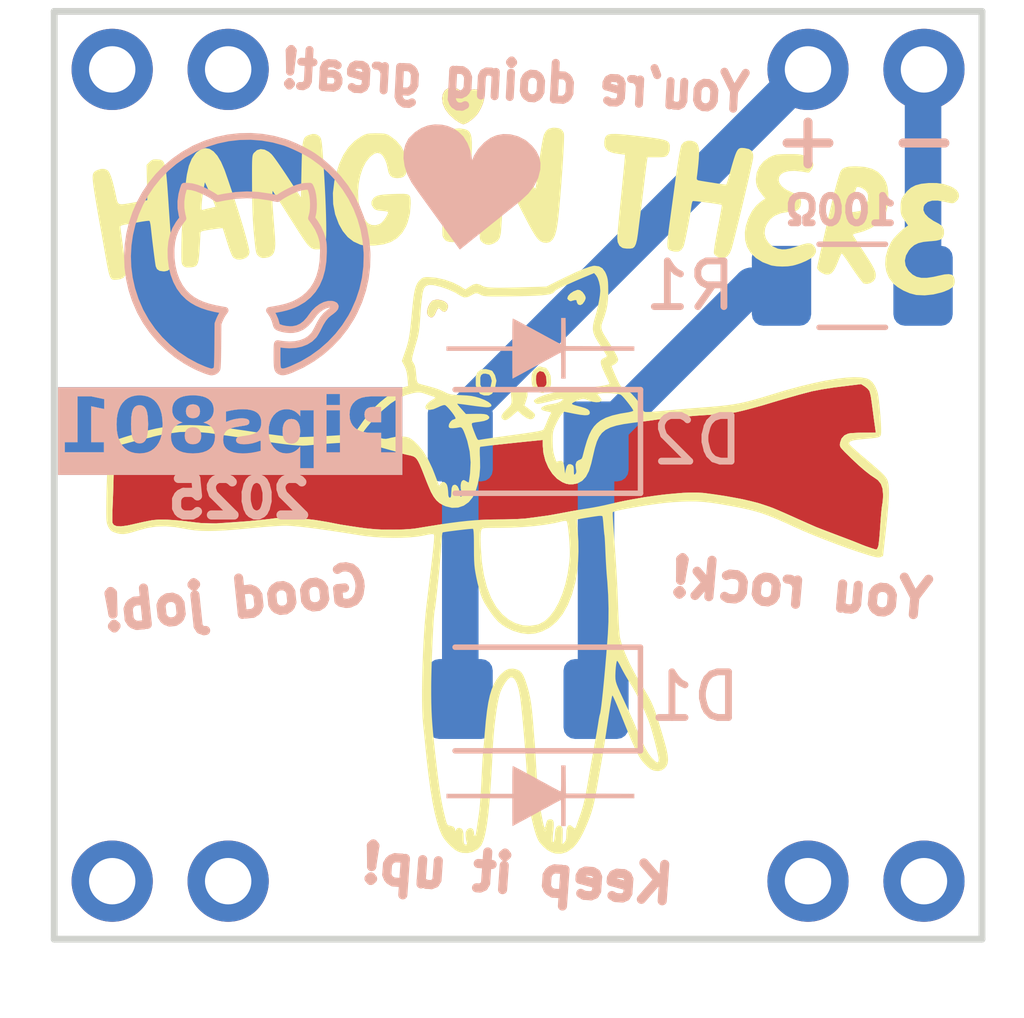
<source format=kicad_pcb>
(kicad_pcb (version 20240108) (generator "pcbnew") (generator_version "8.0")
  (layers (0 "F.Cu" signal) (31 "B.Cu" signal) (34 "B.Paste" user) (35 "F.Paste" user) (36 "B.SilkS" user "B.Silkscreen") (37 "F.SilkS" user "F.Silkscreen") (38 "B.Mask" user) (39 "F.Mask" user) (44 "Edge.Cuts" user))
  (net 0 "")
  (net 1 "Net-(D1-K)")
  (net 2 "Net-(D1-A)")
  (net 3 "Net-(R1-Pad1)")
  (footprint "minibadge_kicad:SAINTCON-Minibadge-Simple" (layer "F.Cu") (at 133.35 87.63)
    (property "Reference" "X1" (hide yes))
    (property "Value" "SAINTCON-Minibadge-Simple")
    (fp_line (start 0 0) (end 0 20.32) (stroke (width 0.15)) (layer "Edge.Cuts"))
    (fp_line (start 0 20.32) (end 20.32 20.32) (stroke (width 0.15)) (layer "Edge.Cuts"))
    (fp_line (start 20.32 0) (end 0 0) (stroke (width 0.15)) (layer "Edge.Cuts"))
    (fp_line (start 20.32 20.32) (end 20.32 0) (stroke (width 0.15)) (layer "Edge.Cuts"))
    (pad "1" thru_hole circle (at 1.27 1.27 90) (size 1.778 1.778) (drill 1.016) (layers "*.Cu" "*.Mask"))
    (pad "2" thru_hole circle (at 3.81 1.27 90) (size 1.778 1.778) (drill 1.016) (layers "*.Cu" "*.Mask"))
    (pad "7" thru_hole circle (at 16.51 1.27 90) (size 1.778 1.778) (drill 1.016) (layers "*.Cu" "*.Mask") (net 2 "Net-(D1-A)"))
    (pad "8" thru_hole circle (at 19.05 1.27 90) (size 1.778 1.778) (drill 1.016) (layers "*.Cu" "*.Mask") (net 3 "Net-(R1-Pad1)"))
    (pad "9" thru_hole circle (at 1.27 19.05 90) (size 1.778 1.778) (drill 1.016) (layers "*.Cu" "*.Mask"))
    (pad "10" thru_hole circle (at 3.81 19.05 90) (size 1.778 1.778) (drill 1.016) (layers "*.Cu" "*.Mask"))
    (pad "15" thru_hole circle (at 16.51 19.05 90) (size 1.778 1.778) (drill 1.016) (layers "*.Cu" "*.Mask"))
    (pad "16" thru_hole circle (at 19.05 19.05 90) (size 1.778 1.778) (drill 1.016) (layers "*.Cu" "*.Mask"))
  )
  (footprint "LOGO" (layer "F.Cu") (at 143.658123 97.867302)
    (property "Reference" "" (at 0 0 0) (layer "F.SilkS") (effects (font (size 1.5 1.5) (thickness 0.3))))
    (property "Value" "LOGO" (hide yes))
    (fp_poly (pts (xy -0.791043 -2.337559) (xy -0.747476 -2.288132) (xy -0.725735 -2.204555) (xy -0.722843 -2.146648) (xy -0.730756 -2.034753) (xy -0.753268 -1.949824) (xy -0.788537 -1.896372) (xy -0.832166 -1.878856) (xy -0.884176 -1.893753) (xy -0.917655 -1.918647) (xy -0.952455 -1.9792) (xy -0.977819 -2.067198) (xy -0.990176 -2.169206) (xy -0.990806 -2.193775) (xy -0.975733 -2.270952) (xy -0.934029 -2.326732) (xy -0.872588 -2.352865) (xy -0.857071 -2.353816)) (fill solid) (layer "F.Cu"))
    (fp_poly (pts (xy 0.402767 -2.365699) (xy 0.435916 -2.334513) (xy 0.455275 -2.298631) (xy 0.465749 -2.244859) (xy 0.470874 -2.182551) (xy 0.474087 -2.107082) (xy 0.469682 -2.059238) (xy 0.4545 -2.025585) (xy 0.426511 -1.993813) (xy 0.364989 -1.951613) (xy 0.304581 -1.943376) (xy 0.254297 -1.969419) (xy 0.240393 -1.987271) (xy 0.204447 -2.075434) (xy 0.195387 -2.171721) (xy 0.211792 -2.264042) (xy 0.252236 -2.340305) (xy 0.285705 -2.372101) (xy 0.343302 -2.413114)) (fill solid) (layer "F.Cu"))
    (fp_poly (pts (xy -1.823955 -3.91109) (xy -1.753668 -3.880618) (xy -1.703291 -3.837292) (xy -1.681436 -3.785523) (xy -1.683588 -3.759038) (xy -1.71186 -3.690384) (xy -1.750679 -3.658608) (xy -1.79622 -3.66532) (xy -1.832352 -3.696423) (xy -1.874025 -3.731915) (xy -1.907058 -3.728081) (xy -1.934422 -3.684068) (xy -1.9412 -3.665259) (xy -1.977915 -3.584502) (xy -2.021069 -3.541602) (xy -2.068488 -3.537722) (xy -2.115919 -3.571695) (xy -2.138416 -3.624453) (xy -2.136745 -3.695121) (xy -2.115281 -3.771758) (xy -2.078401 -3.842425) (xy -2.030479 -3.895181) (xy -1.989811 -3.915839) (xy -1.905539 -3.924301)) (fill solid) (layer "F.Cu"))
    (fp_poly (pts (xy 1.21007 -4.131738) (xy 1.263831 -4.091934) (xy 1.309972 -4.02927) (xy 1.312695 -4.024134) (xy 1.331561 -3.980565) (xy 1.331447 -3.944928) (xy 1.31132 -3.897328) (xy 1.305514 -3.885997) (xy 1.262666 -3.82766) (xy 1.215403 -3.803424) (xy 1.170071 -3.816033) (xy 1.161344 -3.823664) (xy 1.138875 -3.865819) (xy 1.135773 -3.8868) (xy 1.128232 -3.912302) (xy 1.098176 -3.914761) (xy 1.078984 -3.910741) (xy 1.035106 -3.898692) (xy 1.014318 -3.890424) (xy 0.989862 -3.892148) (xy 0.956825 -3.913239) (xy 0.93263 -3.940979) (xy 0.929269 -3.952495) (xy 0.947844 -4.006392) (xy 0.997004 -4.060648) (xy 1.066898 -4.107208) (xy 1.147675 -4.138015) (xy 1.159309 -4.140617)) (fill solid) (layer "F.Cu"))
    (fp_poly (pts (xy -1.510909 -8.554435) (xy -1.47803 -8.542495) (xy -1.418706 -8.507639) (xy -1.371174 -8.463477) (xy -1.370279 -8.462305) (xy -1.331572 -8.410963) (xy -1.26374 -8.470503) (xy -1.203919 -8.512265) (xy -1.139343 -8.528626) (xy -1.102341 -8.530043) (xy -1.007468 -8.519551) (xy -0.935494 -8.490312) (xy -0.903392 -8.459838) (xy -0.88643 -8.401268) (xy -0.892208 -8.31906) (xy -0.917997 -8.222089) (xy -0.96107 -8.119233) (xy -1.018701 -8.019368) (xy -1.053356 -7.971769) (xy -1.110618 -7.911015) (xy -1.180978 -7.852619) (xy -1.253426 -7.804193) (xy -1.316954 -7.773346) (xy -1.3506 -7.76629) (xy -1.386874 -7.778258) (xy -1.444411 -7.809699) (xy -1.512136 -7.854397) (xy -1.527751 -7.865723) (xy -1.652086 -7.975006) (xy -1.741863 -8.092191) (xy -1.795344 -8.213722) (xy -1.810794 -8.336049) (xy -1.798291 -8.419364) (xy -1.758378 -8.498033) (xy -1.692754 -8.548468) (xy -1.608053 -8.568119)) (fill solid) (layer "F.Cu"))
    (fp_poly (pts (xy 6.899054 -0.742033) (xy 6.903911 -0.713261) (xy 6.920582 -0.682187) (xy 7.006937 -0.586412) (xy 7.2 -0.4) (xy 7.310047 -0.296031) (xy 7.45 -0.175) (xy 7.569269 -0.082026) (xy 7.630511 -0.040973) (xy 7.692273 0.00112) (xy 7.734624 0.031824) (xy 7.798442 0.112667) (xy 7.834738 0.217217) (xy 7.846209 0.351057) (xy 7.842648 0.431437) (xy 7.837251 0.501383) (xy 7.82058 0.603584) (xy 7.811762 0.678223) (xy 7.79277 0.896104) (xy 7.77851 1.106809) (xy 7.762903 1.299864) (xy 7.747082 1.44054) (xy 7.741471 1.471341) (xy 7.737197 1.486209) (xy 7.717208 1.530548) (xy 7.696643 1.548008) (xy 7.663721 1.540389) (xy 7.576476 1.51323) (xy 7.455382 1.470911) (xy 7.275 1.4) (xy 7.174484 1.35886) (xy 6.884641 1.248982) (xy 6.388551 1.059662) (xy 5.770903 0.784991) (xy 5.419491 0.633649) (xy 5.325 0.6) (xy 5.25 0.575) (xy 5.10169 0.527001) (xy 4.772779 0.447485) (xy 4.375 0.375) (xy 3.898598 0.307937) (xy 3.7 0.3) (xy 3.469275 0.306493) (xy 3.046445 0.344014) (xy 2.614998 0.403088) (xy 2.180584 0.48183) (xy 1.79351 0.567153) (xy 1.514592 0.624698) (xy 1.013711 0.709472) (xy 0.52285 0.800143) (xy 0.029904 0.866978) (xy -0.173131 0.880786) (xy -0.448282 0.888482) (xy -0.76241 0.891092) (xy -1.027929 0.902432) (xy -1.284801 0.923117) (xy -1.510887 0.949574) (xy -1.751979 0.98315) (xy -2.404363 1.087914) (xy -2.530773 1.101003) (xy -2.661134 1.109181) (xy -2.764075 1.111105) (xy -2.87327 1.113029) (xy -3.126013 1.110591) (xy -3.273111 1.104346) (xy -3.505645 1.081032) (xy -3.630967 1.063922) (xy -4.027426 1.0027) (xy -4.312732 0.947217) (xy -4.45 0.925) (xy -4.6 0.9) (xy -4.825 0.875) (xy -5.035887 0.858575) (xy -5.25 0.85) (xy -5.394258 0.854727) (xy -5.620825 0.883108) (xy -6.058303 0.926773) (xy -6.75 0.975) (xy -7.074183 0.969777) (xy -7.548661 0.91475) (xy -7.825138 0.895039) (xy -7.976149 0.89087) (xy -8.171927 0.907514) (xy -8.3596 0.94457) (xy -8.6 1) (xy -8.711888 1.022939) (xy -8.842148 1.040701) (xy -8.938329 1.036796) (xy -9.001286 1.011117) (xy -9.031876 0.963556) (xy -9.034866 0.918351) (xy -9.033284 0.743605) (xy -9.018794 0.367529) (xy -9.005727 -0.08693) (xy -8.998993 -0.417401) (xy -8.988439 -0.555564) (xy -8.976204 -0.643917) (xy -8.961526 -0.702438) (xy -8.945077 -0.7254) (xy -8.89 -0.734499) (xy -8.773681 -0.762959) (xy -8.464169 -0.844002) (xy -8.240945 -0.895058) (xy -8.127904 -0.926408) (xy -7.873281 -0.981456) (xy -7.560387 -1.024191) (xy -7.23861 -1.03146) (xy -6.92035 -1.002961) (xy -6.494426 -0.941451) (xy -5.978452 -0.863733) (xy -5.705975 -0.820811) (xy -5.471287 -0.786268) (xy -5.185848 -0.749799) (xy -4.968928 -0.730111) (xy -4.860364 -0.72628) (xy -4.777072 -0.729423) (xy -4.300344 -0.770389) (xy -3.961362 -0.790855) (xy -3.708562 -0.791294) (xy -3.602443 -0.783779) (xy -3.503424 -0.770988) (xy -3.4 -0.75) (xy -3.307424 -0.729221) (xy -2.963055 -0.633075) (xy -2.736709 -0.570026) (xy -2.669833 -0.54757) (xy -2.477688 -0.503432) (xy -2.436846 -0.489214) (xy -2.40175 -0.467334) (xy -2.369476 -0.433374) (xy -2.337101 -0.382915) (xy -2.301703 -0.311538) (xy -2.260359 -0.214827) (xy -2.154845 0.05494) (xy -2.055823 0.28864) (xy -1.997696 0.392251) (xy -1.937108 0.470853) (xy -1.869709 0.530606) (xy -1.791145 0.57767) (xy -1.73232 0.603406) (xy -1.593773 0.636094) (xy -1.460651 0.630411) (xy -1.337637 0.588405) (xy -1.229416 0.512123) (xy -1.14067 0.403615) (xy -1.076084 0.264929) (xy -1.033326 0.122891) (xy -0.995188 -0.060083) (xy -0.978918 -0.244789) (xy -0.982158 -0.449147) (xy -0.987541 -0.600161) (xy -0.98771 -0.626624) (xy -0.98389 -0.683421) (xy -0.974547 -0.702114) (xy -0.817338 -0.720906) (xy -0.629865 -0.743711) (xy -0.410561 -0.76794) (xy -0.265372 -0.783333) (xy -0.119423 -0.798727) (xy 0.073275 -0.818586) (xy 0.392358 -0.850653) (xy 0.392603 -0.719595) (xy 0.406444 -0.562537) (xy 0.44849 -0.398812) (xy 0.514803 -0.245988) (xy 0.601407 -0.111451) (xy 0.704322 -0.002587) (xy 0.819571 0.073217) (xy 0.904002 0.107746) (xy 0.97311 0.120973) (xy 1.054593 0.119801) (xy 1.156628 0.099525) (xy 1.257126 0.044482) (xy 1.339731 -0.045572) (xy 1.405489 -0.171826) (xy 1.455445 -0.335467) (xy 1.5242 -0.629838) (xy 1.5372 -0.682602) (xy 1.55 -0.725) (xy 1.577317 -0.812943) (xy 1.62624 -0.918887) (xy 1.688606 -1.003729) (xy 1.769055 -1.070766) (xy 1.872227 -1.123292) (xy 2.002761 -1.164605) (xy 2.165297 -1.197998) (xy 2.552398 -1.250488) (xy 2.770362 -1.27911) (xy 2.95126 -1.304671) (xy 3.268183 -1.339221) (xy 3.732418 -1.380588) (xy 4.279273 -1.416975) (xy 4.512114 -1.43678) (xy 4.7 -1.475) (xy 4.9 -1.525) (xy 5.195374 -1.605034) (xy 5.425 -1.675) (xy 5.675 -1.75) (xy 5.999534 -1.839976) (xy 6.289178 -1.91637) (xy 6.507396 -1.958813) (xy 6.765289 -1.99924) (xy 7.364296 -2.073292) (xy 7.456076 -2.015883) (xy 7.510261 -1.969441) (xy 7.546504 -1.922847) (xy 7.575 -1.825) (xy 7.685827 -1.01187) (xy 7.309138 -1.010013) (xy 7.130588 -0.999045) (xy 7.081556 -0.991136) (xy 6.998292 -0.951745) (xy 6.934585 -0.881086) (xy 6.90302 -0.785783) (xy 6.9 -0.75)) (fill solid) (layer "F.Cu"))
  )
  (footprint "LOGO" (layer "B.Cu") (at 143.98 104.84)
    (property "Reference" "" (at -3.2 -2.9 0) (layer "B.SilkS") (effects (font (size 1.5 1.5) (thickness 0.3)) (justify mirror)))
    (property "Value" "" (hide yes))
  )
  (footprint "Resistor_SMD:R_1206_3216Metric_Pad1.30x1.75mm_HandSolder" (layer "B.Cu") (at 150.83 93.64 180)
    (property "Reference" "R1" (at 3.55 0 0) (layer "B.SilkS") (effects (justify mirror)))
    (property "Value" "R_100Ω")
    (pad "1" smd roundrect (at -1.55 0 180) (size 1.3 1.75) (layers "B.Cu" "B.Paste" "B.Mask") (roundrect_rratio 0.1923076923) (net 3 "Net-(R1-Pad1)"))
    (pad "2" smd roundrect (at 1.55 0 180) (size 1.3 1.75) (layers "B.Cu" "B.Paste" "B.Mask") (roundrect_rratio 0.1923076923) (net 1 "Net-(D1-K)"))
  )
  (footprint "LED_SMD:LED_1206_3216Metric_Pad1.42x1.75mm_HandSolder" (layer "B.Cu") (at 143.731398 97.048716 180)
    (property "Reference" "D2" (at -3.704733 0.023162 0) (layer "B.SilkS") (effects (justify mirror)))
    (property "Value" "LED_WHITE")
    (pad "1" smd roundrect (at -1.4875 0 180) (size 1.425 1.75) (layers "B.Cu" "B.Paste" "B.Mask") (roundrect_rratio 0.175439) (net 1 "Net-(D1-K)"))
    (pad "2" smd roundrect (at 1.4875 0 180) (size 1.425 1.75) (layers "B.Cu" "B.Paste" "B.Mask") (roundrect_rratio 0.175439) (net 2 "Net-(D1-A)"))
  )
  (footprint "LED_SMD:LED_1206_3216Metric_Pad1.42x1.75mm_HandSolder" (layer "B.Cu") (at 143.73 102.69 180)
    (property "Reference" "D1" (at -3.65 0.05 0) (layer "B.SilkS") (effects (justify mirror)))
    (property "Value" "LED WHITE")
    (pad "1" smd roundrect (at -1.4875 0 180) (size 1.425 1.75) (layers "B.Cu" "B.Paste" "B.Mask") (roundrect_rratio 0.1754392982) (net 1 "Net-(D1-K)"))
    (pad "2" smd roundrect (at 1.4875 0 180) (size 1.425 1.75) (layers "B.Cu" "B.Paste" "B.Mask") (roundrect_rratio 0.1754392982) (net 2 "Net-(D1-A)"))
  )
  (footprint "LOGO" (layer "B.Cu") (at 137.58 92.94 180)
    (property "Reference" "")
    (property "Value" "LOGO" (hide yes))
    (fp_poly (pts (xy 0.172909 2.568308) (xy 0.421215 2.539865) (xy 0.666022 2.487773) (xy 0.905507 2.412166) (xy 1.13785 2.31318) (xy 1.174862 2.294869) (xy 1.395028 2.170306) (xy 1.598719 2.027992) (xy 1.785457 1.869386) (xy 1.954764 1.695948) (xy 2.106164 1.509135) (xy 2.239178 1.310409) (xy 2.353329 1.101228) (xy 2.44814 0.883052) (xy 2.523134 0.65734) (xy 2.577832 0.425551) (xy 2.611758 0.189144) (xy 2.624433 -0.05042) (xy 2.615382 -0.291682) (xy 2.584125 -0.533184) (xy 2.530187 -0.773466) (xy 2.453089 -1.011068) (xy 2.352353 -1.244532) (xy 2.340577 -1.268363) (xy 2.219603 -1.482825) (xy 2.077791 -1.685595) (xy 1.917105 -1.87488) (xy 1.73951 -2.048887) (xy 1.546969 -2.205824) (xy 1.341447 -2.343897) (xy 1.124907 -2.461315) (xy 0.950568 -2.537041) (xy 0.894111 -2.557763) (xy 0.842828 -2.574398) (xy 0.803155 -2.584981) (xy 0.784322 -2.587772) (xy 0.733713 -2.578188) (xy 0.690982 -2.552689) (xy 0.664467 -2.516486) (xy 0.660208 -2.492748) (xy 0.656458 -2.44451) (xy 0.653231 -2.372265) (xy 0.650547 -2.276509) (xy 0.648422 -2.157736) (xy 0.646872 -2.01644) (xy 0.646792 -2.006522) (xy 0.643034 -1.531522) (xy 0.610886 -1.448212) (xy 0.586631 -1.393834) (xy 0.556644 -1.338103) (xy 0.533427 -1.301833) (xy 0.488115 -1.238763) (xy 0.534613 -1.23121) (xy 0.705026 -1.199487) (xy 0.85375 -1.162766) (xy 0.983796 -1.119905) (xy 1.098175 -1.069764) (xy 1.1999 -1.011202) (xy 1.289354 -0.945253) (xy 1.39271 -0.844041) (xy 1.480893 -0.724254) (xy 1.553258 -0.58766) (xy 1.609165 -0.436026) (xy 1.647972 -0.271119) (xy 1.669036 -0.094707) (xy 1.671717 0.091443) (xy 1.671149 0.105978) (xy 1.655805 0.263563) (xy 1.623238 0.405463) (xy 1.572253 0.535177) (xy 1.501653 0.656208) (xy 1.466955 0.703882) (xy 1.410791 0.776785) (xy 1.43027 0.854456) (xy 1.45397 0.998579) (xy 1.455173 1.148717) (xy 1.434095 1.300435) (xy 1.403104 1.414679) (xy 1.381112 1.480978) (xy 1.299862 1.478957) (xy 1.211081 1.468159) (xy 1.10916 1.440856) (xy 0.998196 1.398651) (xy 0.882285 1.343146) (xy 0.765522 1.275945) (xy 0.74083 1.260206) (xy 0.663049 1.20974) (xy 0.50333 1.241755) (xy 0.254386 1.279655) (xy 0.007654 1.292875) (xy -0.238638 1.281416) (xy -0.486264 1.245279) (xy -0.502308 1.242104) (xy -0.661345 1.210138) (xy -0.715405 1.247332) (xy -0.779239 1.287555) (xy -0.857009 1.330983) (xy -0.940492 1.373468) (xy -1.021466 1.410862) (xy -1.091708 1.439018) (xy -1.103561 1.443115) (xy -1.179568 1.463773) (xy -1.254918 1.476146) (xy -1.284811 1.478263) (xy -1.368888 1.480978) (xy -1.389928 1.437228) (xy -1.413928 1.370397) (xy -1.432012 1.285878) (xy -1.443743 1.190375) (xy -1.448686 1.090592) (xy -1.446402 0.993235) (xy -1.436454 0.905006) (xy -1.427411 0.862228) (xy -1.406388 0.780978) (xy -1.471182 0.690199) (xy -1.550634 0.56315) (xy -1.60954 0.431487) (xy -1.640087 0.334432) (xy -1.651432 0.28808) (xy -1.659226 0.24389) (xy -1.664046 0.195494) (xy -1.666469 0.136521) (xy -1.667072 0.060604) (xy -1.667001 0.037228) (xy -1.657099 -0.162019) (xy -1.629232 -0.343937) (xy -1.583336 -0.50865) (xy -1.519347 -0.65628) (xy -1.437201 -0.786951) (xy -1.336834 -0.900785) (xy -1.218182 -0.997906) (xy -1.087687 -1.075194) (xy -1.01027 -1.111081) (xy -0.92983 -1.141809) (xy -0.841704 -1.168688) (xy -0.741232 -1.193027) (xy -0.623754 -1.216134) (xy -0.527344 -1.232529) (xy -0.485799 -1.239249) (xy -0.516195 -1.279135) (xy -0.56512 -1.356928) (xy -0.604874 -1.44641) (xy -0.626026 -1.517653) (xy -0.63662 -1.559614) (xy -0.648469 -1.584737) (xy -0.667033 -1.600829) (xy -0.693146 -1.61367) (xy -0.761582 -1.636413) (xy -0.843629 -1.652391) (xy -0.928436 -1.660009) (xy -0.997738 -1.65844) (xy -1.099356 -1.637734) (xy -1.1931 -1.594922) (xy -1.280003 -1.529292) (xy -1.361096 -1.440135) (xy -1.405695 -1.377636) (xy -1.470835 -1.292436) (xy -1.543731 -1.220799) (xy -1.621236 -1.164486) (xy -1.700201 -1.125253) (xy -1.777478 -1.10486) (xy -1.849917 -1.105065) (xy -1.880451 -1.112462) (xy -1.913861 -1.129188) (xy -1.926638 -1.151247) (xy -1.918284 -1.179596) (xy -1.888301 -1.215188) (xy -1.836191 -1.258979) (xy -1.784718 -1.296102) (xy -1.720756 -1.350595) (xy -1.660191 -1.424152) (xy -1.601403 -1.518963) (xy -1.560294 -1.599456) (xy -1.530554 -1.658454) (xy -1.499315 -1.714838) (xy -1.47078 -1.761289) (xy -1.453377 -1.785585) (xy -1.377205 -1.859908) (xy -1.28331 -1.918873) (xy -1.174325 -1.96164) (xy -1.05288 -1.987368) (xy -0.921609 -1.995216) (xy -0.817545 -1.988779) (xy -0.761401 -1.982014) (xy -0.713523 -1.975417) (xy -0.680025 -1.969878) (xy -0.668289 -1.967062) (xy -0.662179 -1.967755) (xy -0.657581 -1.977065) (xy -0.654292 -1.997861) (xy -0.652107 -2.033008) (xy -0.650824 -2.085374) (xy -0.65024 -2.157826) (xy -0.650138 -2.223346) (xy -0.650523 -2.320946) (xy -0.65207 -2.396742) (xy -0.655372 -2.453923) (xy -0.66102 -2.495677) (xy -0.669606 -2.525195) (xy -0.681722 -2.545664) (xy -0.69796 -2.560275) (xy -0.714451 -2.569959) (xy -0.746531 -2.582141) (xy -0.782351 -2.585484) (xy -0.826235 -2.579284) (xy -0.882507 -2.562837) (xy -0.955489 -2.535438) (xy -0.975138 -2.527494) (xy -1.20418 -2.420814) (xy -1.421458 -2.293107) (xy -1.625368 -2.145854) (xy -1.814303 -1.980536) (xy -1.986658 -1.798633) (xy -2.140829 -1.601624) (xy -2.275208 -1.390989) (xy -2.340854 -1.268363) (xy -2.446072 -1.03083) (xy -2.526928 -0.787737) (xy -2.583367 -0.539333) (xy -2.615335 -0.28587) (xy -2.622777 -0.027598) (xy -2.621073 0.030978) (xy -2.598665 0.288694) (xy -2.552547 0.539814) (xy -2.483437 0.783052) (xy -2.392056 1.017121) (xy -2.279123 1.240736) (xy -2.145357 1.452608) (xy -1.991478 1.651452) (xy -1.818205 1.835981) (xy -1.626258 2.004908) (xy -1.441735 2.140129) (xy -1.362219 2.18947) (xy -1.265771 2.243045) (xy -1.159279 2.297506) (xy -1.049633 2.349503) (xy -0.943723 2.395688) (xy -0.848438 2.432712) (xy -0.818888 2.442881) (xy -0.574796 2.510388) (xy -0.326917 2.553705) (xy -0.077075 2.572967)) (fill solid) (layer "B.Cu"))
  )
  (footprint "LOGO" (layer "B.Cu") (at 143.98 95.04)
    (property "Reference" "" (at 0.202638 -0.262122 0) (layer "B.SilkS") (effects (font (size 1.5 1.5) (thickness 0.3)) (justify mirror)))
    (property "Value" "" (hide yes))
  )
  (gr_text "Pips801" (at 140.98 97.49 0) (layer "B.Cu") (effects (font (size 1.2 1.2) (thickness 0.3) (bold yes)) (justify left bottom mirror)))
  (gr_text "Pips801" (at 140.98 97.49 0) (layer "B.Cu" knockout) (effects (font (size 1.2 1.2) (thickness 0.3) (bold yes)) (justify left bottom mirror)))
  (gr_text "Pips801" (at 140.98 97.49 0) (layer "B.SilkS" knockout) (effects (font (size 1.2 1.2) (thickness 0.3) (bold yes)) (justify left bottom mirror)))
  (gr_text "You rock!" (at 152.63 100.99 -5) (layer "B.SilkS") (effects (font (size 0.8 0.8) (thickness 0.2) (bold yes)) (justify left bottom mirror)))
  (gr_text "-" (at 152.4 90.424 0) (layer "B.SilkS") (effects (font (size 1.2 1.2) (thickness 0.2) (bold yes))))
  (gr_text "+" (at 149.86 90.424 0) (layer "B.SilkS") (effects (font (size 1.2 1.2) (thickness 0.2) (bold yes))))
  (gr_text "You're doing great!" (at 148.63 89.89 -3) (layer "B.SilkS") (effects (font (size 0.8 0.7) (thickness 0.2) (bold yes)) (justify left bottom mirror)))
  (gr_text "♥" (at 144.03 93.54 -8) (layer "B.SilkS") (effects (font (size 2.6 3) (thickness 0.2) (bold yes)) (justify left bottom mirror)))
  (gr_text "Good job!" (at 140.38 100.64 6) (layer "B.SilkS") (effects (font (size 0.8 0.8) (thickness 0.2) (bold yes)) (justify left bottom mirror)))
  (gr_text "Keep it up!" (at 146.98 107.24 -4) (layer "B.SilkS") (effects (font (size 0.8 0.8) (thickness 0.2) (bold yes)) (justify left bottom mirror)))
  (gr_text "100Ω" (at 150.58 91.99 0) (layer "B.SilkS") (effects (font (size 0.6 0.6)) (justify mirror)))
  (gr_text "2025" (at 139.058123 98.767302 0) (layer "B.SilkS") (effects (font (size 0.8 0.8) (thickness 0.2) (bold yes)) (justify left bottom mirror)))
  (segment (start 148.627614 93.64) (end 149.13 93.64) (width 0.8) (layer "B.Cu") (net 1))
  (segment (start 145.2175 97.050114) (end 145.218898 97.048716) (width 0.8) (layer "B.Cu") (net 1))
  (segment (start 145.218898 97.048716) (end 148.627614 93.64) (width 0.8) (layer "B.Cu") (net 1))
  (segment (start 145.2175 102.69) (end 145.2175 97.050114) (width 0.8) (layer "B.Cu") (net 1))
  (segment (start 142.243898 96.516102) (end 142.243898 97.048716) (width 0.8) (layer "B.Cu") (net 2))
  (segment (start 142.243898 97.048716) (end 142.243898 102.688602) (width 0.8) (layer "B.Cu") (net 2))
  (segment (start 149.86 88.9) (end 142.243898 96.516102) (width 0.8) (layer "B.Cu") (net 2))
  (segment (start 142.243898 102.688602) (end 142.2425 102.69) (width 0.8) (layer "B.Cu") (net 2))
  (segment (start 152.23 93.64) (end 152.38 93.49) (width 0.8) (layer "B.Cu") (net 3))
  (segment (start 152.38 88.92) (end 152.4 88.9) (width 0.8) (layer "B.Cu") (net 3))
  (segment (start 152.38 93.49) (end 152.38 88.92) (width 0.8) (layer "B.Cu") (net 3))
)
</source>
